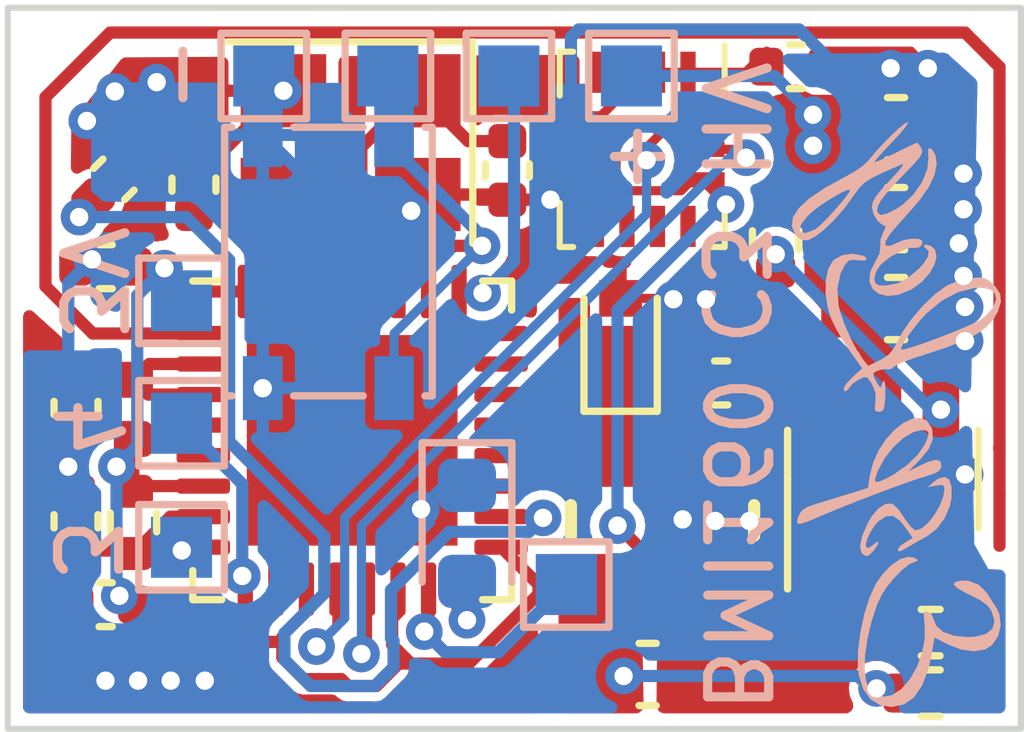
<source format=kicad_pcb>
(kicad_pcb (version 20211014) (generator pcbnew)
  (layers (0 "F.Cu" signal) (31 "B.Cu" signal) (34 "B.Paste" user) (35 "F.Paste" user) (36 "B.SilkS" user "B.Silkscreen") (37 "F.SilkS" user "F.Silkscreen") (38 "B.Mask" user) (39 "F.Mask" user) (44 "Edge.Cuts" user))
  (net 0 "")
  (net 3 "Net-(TP8-Pad1)")
  (net 4 "Net-(C4-Pad2)")
  (net 12 "GND")
  (net 13 "+3V3")
  (net 14 "Net-(C9-Pad2)")
  (net 15 "/CHIP_EN")
  (net 16 "Net-(C1-Pad2)")
  (net 17 "/ANT")
  (net 18 "/D-")
  (net 19 "/D+")
  (net 24 "/SCL")
  (net 25 "/SDA")
  (net 26 "Net-(C2-Pad2)")
  (net 27 "Net-(C10-Pad1)")
  (net 28 "Net-(C10-Pad2)")
  (net 29 "/FB")
  (net 30 "/LED")
  (net 31 "VCC")
  (net 32 "/GP3")
  (net 33 "/GP4")
  (net 34 "Net-(IC1-Pad4)")
  (footprint "Capacitor_SMD:C_0402_1005Metric" (layer "F.Cu") (at 84.388011 56.429589 -135)
    (fp_text reference "C9" hide)
    (fp_text value "100n" hide)
    (pad "1" smd roundrect (at -0.48 0 225) (size 0.56 0.62) (layers "F.Cu" "F.Paste" "F.Mask") (net 12 "GND"))
    (pad "2" smd roundrect (at 0.48 0 225) (size 0.56 0.62) (layers "F.Cu" "F.Paste" "F.Mask") (net 14 "Net-(C9-Pad2)"))
  )
  (footprint "Capacitor_SMD:C_0402_1005Metric" (layer "F.Cu") (at 85.6996 56.5176 -90)
    (fp_text reference "C2" hide)
    (fp_text value "10p" hide)
    (pad "1" smd roundrect (at -0.48 0 270) (size 0.56 0.62) (layers "F.Cu" "F.Paste" "F.Mask") (net 12 "GND"))
    (pad "2" smd roundrect (at 0.48 0 270) (size 0.56 0.62) (layers "F.Cu" "F.Paste" "F.Mask") (net 26 "Net-(C2-Pad2)"))
  )
  (footprint "Capacitor_SMD:C_0402_1005Metric" (layer "F.Cu") (at 83.7692 60.1752 90)
    (fp_text reference "C4" hide)
    (fp_text value "100n" hide)
    (pad "1" smd roundrect (at -0.48 0 90) (size 0.56 0.62) (layers "F.Cu" "F.Paste" "F.Mask") (net 12 "GND"))
    (pad "2" smd roundrect (at 0.48 0 90) (size 0.56 0.62) (layers "F.Cu" "F.Paste" "F.Mask") (net 4 "Net-(C4-Pad2)"))
  )
  (footprint "Resistor_SMD:R_0402_1005Metric" (layer "F.Cu") (at 97.7606 63.8556)
    (fp_text reference "R3" hide)
    (fp_text value "10k" hide)
    (pad "1" smd roundrect (at -0.51 0) (size 0.54 0.64) (layers "F.Cu" "F.Paste" "F.Mask") (net 12 "GND"))
    (pad "2" smd roundrect (at 0.51 0) (size 0.54 0.64) (layers "F.Cu" "F.Paste" "F.Mask") (net 29 "/FB"))
  )
  (footprint "Package_DFN_QFN:QFN-32-1EP_5x5mm_P0.5mm_EP3.45x3.45mm" (layer "F.Cu") (at 88.2904 60.706)
    (fp_text reference "U1" hide)
    (fp_text value "ESP32-C3" hide)
    (pad "1" smd roundrect (at -2.4375 -1.75) (size 0.875 0.25) (layers "F.Cu" "F.Paste" "F.Mask") (net 17 "/ANT"))
    (pad "2" smd roundrect (at -2.4375 -1.25) (size 0.875 0.25) (layers "F.Cu" "F.Paste" "F.Mask") (net 4 "Net-(C4-Pad2)"))
    (pad "3" smd roundrect (at -2.4375 -0.75) (size 0.875 0.25) (layers "F.Cu" "F.Paste" "F.Mask") (net 4 "Net-(C4-Pad2)"))
    (pad "4" smd roundrect (at -2.4375 -0.25) (size 0.875 0.25) (layers "F.Cu" "F.Paste" "F.Mask"))
    (pad "5" smd roundrect (at -2.4375 0.25) (size 0.875 0.25) (layers "F.Cu" "F.Paste" "F.Mask"))
    (pad "6" smd roundrect (at -2.4375 0.75) (size 0.875 0.25) (layers "F.Cu" "F.Paste" "F.Mask") (net 13 "+3V3"))
    (pad "7" smd roundrect (at -2.4375 1.25) (size 0.875 0.25) (layers "F.Cu" "F.Paste" "F.Mask") (net 15 "/CHIP_EN"))
    (pad "8" smd roundrect (at -2.4375 1.75) (size 0.875 0.25) (layers "F.Cu" "F.Paste" "F.Mask") (net 32 "/GP3"))
    (pad "9" smd roundrect (at -1.75 2.4375) (size 0.25 0.875) (layers "F.Cu" "F.Paste" "F.Mask") (net 33 "/GP4"))
    (pad "10" smd roundrect (at -1.25 2.4375) (size 0.25 0.875) (layers "F.Cu" "F.Paste" "F.Mask"))
    (pad "11" smd roundrect (at -0.75 2.4375) (size 0.25 0.875) (layers "F.Cu" "F.Paste" "F.Mask") (net 13 "+3V3"))
    (pad "12" smd roundrect (at -0.25 2.4375) (size 0.25 0.875) (layers "F.Cu" "F.Paste" "F.Mask") (net 25 "/SDA"))
    (pad "13" smd roundrect (at 0.25 2.4375) (size 0.25 0.875) (layers "F.Cu" "F.Paste" "F.Mask") (net 24 "/SCL"))
    (pad "14" smd roundrect (at 0.75 2.4375) (size 0.25 0.875) (layers "F.Cu" "F.Paste" "F.Mask") (net 13 "+3V3"))
    (pad "15" smd roundrect (at 1.25 2.4375) (size 0.25 0.875) (layers "F.Cu" "F.Paste" "F.Mask") (net 3 "Net-(TP8-Pad1)"))
    (pad "16" smd roundrect (at 1.75 2.4375) (size 0.25 0.875) (layers "F.Cu" "F.Paste" "F.Mask") (net 30 "/LED"))
    (pad "17" smd roundrect (at 2.4375 1.75) (size 0.875 0.25) (layers "F.Cu" "F.Paste" "F.Mask") (net 13 "+3V3"))
    (pad "18" smd roundrect (at 2.4375 1.25) (size 0.875 0.25) (layers "F.Cu" "F.Paste" "F.Mask") (net 14 "Net-(C9-Pad2)"))
    (pad "19" smd roundrect (at 2.4375 0.75) (size 0.875 0.25) (layers "F.Cu" "F.Paste" "F.Mask"))
    (pad "20" smd roundrect (at 2.4375 0.25) (size 0.875 0.25) (layers "F.Cu" "F.Paste" "F.Mask"))
    (pad "21" smd roundrect (at 2.4375 -0.25) (size 0.875 0.25) (layers "F.Cu" "F.Paste" "F.Mask"))
    (pad "22" smd roundrect (at 2.4375 -0.75) (size 0.875 0.25) (layers "F.Cu" "F.Paste" "F.Mask"))
    (pad "23" smd roundrect (at 2.4375 -1.25) (size 0.875 0.25) (layers "F.Cu" "F.Paste" "F.Mask"))
    (pad "24" smd roundrect (at 2.4375 -1.75) (size 0.875 0.25) (layers "F.Cu" "F.Paste" "F.Mask"))
    (pad "25" smd roundrect (at 1.75 -2.4375) (size 0.25 0.875) (layers "F.Cu" "F.Paste" "F.Mask") (net 18 "/D-"))
    (pad "26" smd roundrect (at 1.25 -2.4375) (size 0.25 0.875) (layers "F.Cu" "F.Paste" "F.Mask") (net 19 "/D+"))
    (pad "27" smd roundrect (at 0.75 -2.4375) (size 0.25 0.875) (layers "F.Cu" "F.Paste" "F.Mask"))
    (pad "28" smd roundrect (at 0.25 -2.4375) (size 0.25 0.875) (layers "F.Cu" "F.Paste" "F.Mask"))
    (pad "29" smd roundrect (at -0.25 -2.4375) (size 0.25 0.875) (layers "F.Cu" "F.Paste" "F.Mask") (net 16 "Net-(C1-Pad2)"))
    (pad "30" smd roundrect (at -0.75 -2.4375) (size 0.25 0.875) (layers "F.Cu" "F.Paste" "F.Mask") (net 26 "Net-(C2-Pad2)"))
    (pad "31" smd roundrect (at -1.25 -2.4375) (size 0.25 0.875) (layers "F.Cu" "F.Paste" "F.Mask") (net 13 "+3V3"))
    (pad "32" smd roundrect (at -1.75 -2.4375) (size 0.25 0.875) (layers "F.Cu" "F.Paste" "F.Mask") (net 13 "+3V3"))
    (pad "33" smd rect (at 0 0) (size 3.45 3.45) (layers "F.Cu" "F.Mask") (net 12 "GND"))
  )
  (footprint "Capacitor_SMD:C_0402_1005Metric" (layer "F.Cu") (at 84.2544 57.8612)
    (fp_text reference "C8" hide)
    (fp_text value "100n" hide)
    (pad "1" smd roundrect (at -0.48 0) (size 0.56 0.62) (layers "F.Cu" "F.Paste" "F.Mask") (net 12 "GND"))
    (pad "2" smd roundrect (at 0.48 0) (size 0.56 0.62) (layers "F.Cu" "F.Paste" "F.Mask") (net 13 "+3V3"))
  )
  (footprint "Capacitor_SMD:C_0402_1005Metric" (layer "F.Cu") (at 84.2544 63.3984)
    (fp_text reference "C6" hide)
    (fp_text value "100n" hide)
    (pad "1" smd roundrect (at -0.48 0) (size 0.56 0.62) (layers "F.Cu" "F.Paste" "F.Mask") (net 12 "GND"))
    (pad "2" smd roundrect (at 0.48 0) (size 0.56 0.62) (layers "F.Cu" "F.Paste" "F.Mask") (net 13 "+3V3"))
  )
  (footprint "Capacitor_SMD:C_0402_1005Metric" (layer "F.Cu") (at 95.5522 54.5846 180)
    (fp_text reference "C12" hide)
    (fp_text value "100n" hide)
    (pad "1" smd roundrect (at -0.48 0 180) (size 0.56 0.62) (layers "F.Cu" "F.Paste" "F.Mask") (net 12 "GND"))
    (pad "2" smd roundrect (at 0.48 0 180) (size 0.56 0.62) (layers "F.Cu" "F.Paste" "F.Mask") (net 13 "+3V3"))
  )
  (footprint "Resistor_SMD:R_0402_1005Metric" (layer "F.Cu") (at 97.7626 64.8462)
    (fp_text reference "R2" hide)
    (fp_text value "31.6k" hide)
    (pad "1" smd roundrect (at -0.51 0) (size 0.54 0.64) (layers "F.Cu" "F.Paste" "F.Mask") (net 13 "+3V3"))
    (pad "2" smd roundrect (at 0.51 0) (size 0.54 0.64) (layers "F.Cu" "F.Paste" "F.Mask") (net 29 "/FB"))
  )
  (footprint "Diode_SMD:D_SOD-523" (layer "F.Cu") (at 92.6846 59.0804 90)
    (fp_text reference "D1" hide)
    (fp_text value "-" hide)
    (pad "1" smd rect (at -0.7 0 270) (size 0.6 0.7) (layers "F.Cu" "F.Paste" "F.Mask") (net 28 "Net-(C10-Pad2)"))
    (pad "2" smd rect (at 0.7 0 270) (size 0.6 0.7) (layers "F.Cu" "F.Paste" "F.Mask") (net 12 "GND"))
  )
  (footprint "Inductor_SMD:L_0402_1005Metric" (layer "F.Cu") (at 84.709 60.199 90)
    (fp_text reference "L1" hide)
    (fp_text value "L" hide)
    (pad "1" smd roundrect (at -0.485 0 90) (size 0.59 0.64) (layers "F.Cu" "F.Paste" "F.Mask") (net 13 "+3V3"))
    (pad "2" smd roundrect (at 0.485 0 90) (size 0.59 0.64) (layers "F.Cu" "F.Paste" "F.Mask") (net 4 "Net-(C4-Pad2)"))
  )
  (footprint "Package_TO_SOT_SMD:SOT-23-6" (layer "F.Cu") (at 96.9778 61.341 90)
    (fp_text reference "IC1" hide)
    (fp_text value "RY8310" hide)
    (pad "1" smd roundrect (at -1.1375 -0.95 90) (size 1.325 0.6) (layers "F.Cu" "F.Paste" "F.Mask") (net 27 "Net-(C10-Pad1)"))
    (pad "2" smd roundrect (at -1.1375 0 90) (size 1.325 0.6) (layers "F.Cu" "F.Paste" "F.Mask") (net 12 "GND"))
    (pad "3" smd roundrect (at -1.1375 0.95 90) (size 1.325 0.6) (layers "F.Cu" "F.Paste" "F.Mask") (net 29 "/FB"))
    (pad "4" smd roundrect (at 1.1375 0.95 90) (size 1.325 0.6) (layers "F.Cu" "F.Paste" "F.Mask") (net 34 "Net-(IC1-Pad4)"))
    (pad "5" smd roundrect (at 1.1375 0 90) (size 1.325 0.6) (layers "F.Cu" "F.Paste" "F.Mask") (net 31 "VCC"))
    (pad "6" smd roundrect (at 1.1375 -0.95 90) (size 1.325 0.6) (layers "F.Cu" "F.Paste" "F.Mask") (net 28 "Net-(C10-Pad2)"))
  )
  (footprint "Resistor_SMD:R_0402_1005Metric" (layer "F.Cu") (at 95.2226 57.4274 90)
    (fp_text reference "R4" hide)
    (fp_text value "10k" hide)
    (pad "1" smd roundrect (at -0.51 0 90) (size 0.54 0.64) (layers "F.Cu" "F.Paste" "F.Mask") (net 34 "Net-(IC1-Pad4)"))
    (pad "2" smd roundrect (at 0.51 0 90) (size 0.54 0.64) (layers "F.Cu" "F.Paste" "F.Mask") (net 31 "VCC"))
  )
  (footprint "Capacitor_SMD:C_0402_1005Metric" (layer "F.Cu") (at 90.8304 56.2838 90)
    (fp_text reference "C1" hide)
    (fp_text value "10p" hide)
    (pad "1" smd roundrect (at -0.48 0 90) (size 0.56 0.62) (layers "F.Cu" "F.Paste" "F.Mask") (net 12 "GND"))
    (pad "2" smd roundrect (at 0.48 0 90) (size 0.56 0.62) (layers "F.Cu" "F.Paste" "F.Mask") (net 16 "Net-(C1-Pad2)"))
  )
  (footprint "Capacitor_SMD:C_0603_1608Metric" (layer "F.Cu") (at 93.1268 64.5414 180)
    (fp_text reference "C7" hide)
    (fp_text value "22u" hide)
    (pad "1" smd roundrect (at -0.775 0 180) (size 0.9 0.95) (layers "F.Cu" "F.Paste" "F.Mask") (net 12 "GND"))
    (pad "2" smd roundrect (at 0.775 0 180) (size 0.9 0.95) (layers "F.Cu" "F.Paste" "F.Mask") (net 13 "+3V3"))
  )
  (footprint "Capacitor_SMD:C_0603_1608Metric" (layer "F.Cu") (at 97.194 55.6006 180)
    (fp_text reference "C11" hide)
    (fp_text value "4.7u" hide)
    (pad "1" smd roundrect (at -0.775 0 180) (size 0.9 0.95) (layers "F.Cu" "F.Paste" "F.Mask") (net 12 "GND"))
    (pad "2" smd roundrect (at 0.775 0 180) (size 0.9 0.95) (layers "F.Cu" "F.Paste" "F.Mask") (net 31 "VCC"))
  )
  (footprint "Package_LGA:Bosch_LGA-14_3x2.5mm_P0.5mm" (layer "F.Cu") (at 93.03795 55.9388 -90)
    (fp_text reference "U2" hide)
    (fp_text value "BMI160" hide)
    (pad "1" smd rect (at -1.2625 -0.75 270) (size 0.675 0.25) (layers "F.Cu" "F.Paste" "F.Mask") (net 13 "+3V3"))
    (pad "2" smd rect (at -1.2625 -0.25 270) (size 0.675 0.25) (layers "F.Cu" "F.Paste" "F.Mask") (net 13 "+3V3"))
    (pad "3" smd rect (at -1.2625 0.25 270) (size 0.675 0.25) (layers "F.Cu" "F.Paste" "F.Mask") (net 13 "+3V3"))
    (pad "4" smd rect (at -1.2625 0.75 270) (size 0.675 0.25) (layers "F.Cu" "F.Paste" "F.Mask"))
    (pad "5" smd rect (at -0.5 1.0125 270) (size 0.25 0.675) (layers "F.Cu" "F.Paste" "F.Mask") (net 13 "+3V3"))
    (pad "6" smd rect (at 0 1.0125 270) (size 0.25 0.675) (layers "F.Cu" "F.Paste" "F.Mask") (net 12 "GND"))
    (pad "7" smd rect (at 0.5 1.0125 270) (size 0.25 0.675) (layers "F.Cu" "F.Paste" "F.Mask") (net 12 "GND"))
    (pad "8" smd rect (at 1.2625 0.75 270) (size 0.675 0.25) (layers "F.Cu" "F.Paste" "F.Mask") (net 13 "+3V3"))
    (pad "9" smd rect (at 1.2625 0.25 270) (size 0.675 0.25) (layers "F.Cu" "F.Paste" "F.Mask"))
    (pad "10" smd rect (at 1.2625 -0.25 270) (size 0.675 0.25) (layers "F.Cu" "F.Paste" "F.Mask"))
    (pad "11" smd rect (at 1.2625 -0.75 270) (size 0.675 0.25) (layers "F.Cu" "F.Paste" "F.Mask"))
    (pad "12" smd rect (at 0.5 -1.0125 270) (size 0.25 0.675) (layers "F.Cu" "F.Paste" "F.Mask") (net 13 "+3V3"))
    (pad "13" smd rect (at 0 -1.0125 270) (size 0.25 0.675) (layers "F.Cu" "F.Paste" "F.Mask") (net 24 "/SCL"))
    (pad "14" smd rect (at -0.5 -1.0125 270) (size 0.25 0.675) (layers "F.Cu" "F.Paste" "F.Mask") (net 25 "/SDA"))
  )
  (footprint "Capacitor_SMD:C_0603_1608Metric" (layer "F.Cu") (at 97.194 57.0738 180)
    (fp_text reference "C14" hide)
    (fp_text value "4.7u" hide)
    (pad "1" smd roundrect (at -0.775 0 180) (size 0.9 0.95) (layers "F.Cu" "F.Paste" "F.Mask") (net 12 "GND"))
    (pad "2" smd roundrect (at 0.775 0 180) (size 0.9 0.95) (layers "F.Cu" "F.Paste" "F.Mask") (net 31 "VCC"))
  )
  (footprint "Crystal:Crystal_SMD_3225-4Pin_3.2x2.5mm" (layer "F.Cu") (at 88.265 55.8292 180)
    (fp_text reference "Y1" hide)
    (fp_text value "40M" hide)
    (pad "1" smd rect (at -1.1 0.85 180) (size 1.4 1.2) (layers "F.Cu" "F.Paste" "F.Mask") (net 16 "Net-(C1-Pad2)"))
    (pad "2" smd rect (at 1.1 0.85 180) (size 1.4 1.2) (layers "F.Cu" "F.Paste" "F.Mask") (net 12 "GND"))
    (pad "3" smd rect (at 1.1 -0.85 180) (size 1.4 1.2) (layers "F.Cu" "F.Paste" "F.Mask") (net 26 "Net-(C2-Pad2)"))
    (pad "4" smd rect (at -1.1 -0.85 180) (size 1.4 1.2) (layers "F.Cu" "F.Paste" "F.Mask") (net 12 "GND"))
  )
  (footprint "Capacitor_SMD:C_0603_1608Metric" (layer "F.Cu") (at 97.194 58.547 180)
    (fp_text reference "C13" hide)
    (fp_text value "4.7u" hide)
    (pad "1" smd roundrect (at -0.775 0 180) (size 0.9 0.95) (layers "F.Cu" "F.Paste" "F.Mask") (net 12 "GND"))
    (pad "2" smd roundrect (at 0.775 0 180) (size 0.9 0.95) (layers "F.Cu" "F.Paste" "F.Mask") (net 31 "VCC"))
  )
  (footprint "Capacitor_SMD:C_0402_1005Metric" (layer "F.Cu") (at 83.7692 62.032 -90)
    (fp_text reference "C3" hide)
    (fp_text value "1u" hide)
    (pad "1" smd roundrect (at -0.48 0 270) (size 0.56 0.62) (layers "F.Cu" "F.Paste" "F.Mask") (net 12 "GND"))
    (pad "2" smd roundrect (at 0.48 0 270) (size 0.56 0.62) (layers "F.Cu" "F.Paste" "F.Mask") (net 15 "/CHIP_EN"))
  )
  (footprint "Resistor_SMD:R_0402_1005Metric" (layer "F.Cu") (at 84.709 62.0508 -90)
    (fp_text reference "R1" hide)
    (fp_text value "10k" hide)
    (pad "1" smd roundrect (at -0.51 0 270) (size 0.54 0.64) (layers "F.Cu" "F.Paste" "F.Mask") (net 13 "+3V3"))
    (pad "2" smd roundrect (at 0.51 0 270) (size 0.54 0.64) (layers "F.Cu" "F.Paste" "F.Mask") (net 15 "/CHIP_EN"))
  )
  (footprint "tdk_inductor:VLS3012" (layer "F.Cu") (at 93.371 62.0182 -90)
    (fp_text reference "L2" hide)
    (fp_text value "VLS3012HBX-4R7M" hide)
    (pad "1" smd rect locked (at -1.05 0 270) (size 1 3.4) (layers "F.Cu" "F.Paste" "F.Mask") (net 28 "Net-(C10-Pad2)"))
    (pad "2" smd rect locked (at 1.05 0 270) (size 1 3.4) (layers "F.Cu" "F.Paste" "F.Mask") (net 13 "+3V3"))
  )
  (footprint "Capacitor_SMD:C_0402_1005Metric" (layer "F.Cu") (at 94.331 59.7662 180)
    (fp_text reference "C10" hide)
    (fp_text value "C" hide)
    (pad "1" smd roundrect (at -0.48 0 180) (size 0.56 0.62) (layers "F.Cu" "F.Paste" "F.Mask") (net 27 "Net-(C10-Pad1)"))
    (pad "2" smd roundrect (at 0.48 0 180) (size 0.56 0.62) (layers "F.Cu" "F.Paste" "F.Mask") (net 28 "Net-(C10-Pad2)"))
  )
  (footprint "TestPoint:TestPoint_Pad_1.0x1.0mm" (layer "B.Cu") (at 86.8426 54.737 180)
    (fp_text reference "TP7" hide)
    (fp_text value "TestPoint" hide)
    (pad "1" smd rect (at 0 0 180) (size 1 1) (layers "B.Cu" "B.Mask") (net 12 "GND"))
  )
  (footprint "esplog_logo:esplog_logo" (layer "B.Cu") (at 97.1804 60.325 90)
    (fp_text reference "G***" hide)
    (fp_text value "LOGO" hide)
  )
  (footprint "Button_Switch_SMD:SW_SPST_PTS810" (layer "B.Cu") (at 87.9012 57.7772 90)
    (fp_text reference "SW1" hide)
    (fp_text value "SW_Push" hide)
    (pad "1" smd rect (at 2.075 1.075 90) (size 1.05 0.65) (layers "B.Cu" "B.Paste" "B.Mask") (net 19 "/D+"))
    (pad "1" smd rect (at -2.075 1.075 90) (size 1.05 0.65) (layers "B.Cu" "B.Paste" "B.Mask") (net 19 "/D+"))
    (pad "2" smd rect (at -2.075 -1.075 90) (size 1.05 0.65) (layers "B.Cu" "B.Paste" "B.Mask") (net 12 "GND"))
    (pad "2" smd rect (at 2.075 -1.075 90) (size 1.05 0.65) (layers "B.Cu" "B.Paste" "B.Mask") (net 12 "GND"))
  )
  (footprint "TestPoint:TestPoint_Pad_1.0x1.0mm" (layer "B.Cu") (at 90.8558 54.737 180)
    (fp_text reference "TP4" hide)
    (fp_text value "TestPoint" hide)
    (pad "1" smd rect (at 0 0 180) (size 1 1) (layers "B.Cu" "B.Mask") (net 18 "/D-"))
  )
  (footprint "TestPoint:TestPoint_Pad_1.0x1.0mm" (layer "B.Cu") (at 92.8624 54.737 180)
    (fp_text reference "TP5" hide)
    (fp_text value "TestPoint" hide)
    (pad "1" smd rect (at 0 0 180) (size 1 1) (layers "B.Cu" "B.Mask") (net 31 "VCC"))
  )
  (footprint "TestPoint:TestPoint_Pad_1.0x1.0mm" (layer "B.Cu") (at 88.8746 54.737 180)
    (fp_text reference "TP2" hide)
    (fp_text value "TestPoint" hide)
    (pad "1" smd rect (at 0 0 180) (size 1 1) (layers "B.Cu" "B.Mask") (net 19 "/D+"))
  )
  (footprint "TestPoint:TestPoint_Pad_1.0x1.0mm" (layer "B.Cu") (at 85.4964 62.4586 180)
    (fp_text reference "TP1" hide)
    (fp_text value "TestPoint" hide)
    (pad "1" smd rect (at 0 0 180) (size 1 1) (layers "B.Cu" "B.Mask") (net 32 "/GP3"))
  )
  (footprint "TestPoint:TestPoint_Pad_1.0x1.0mm" (layer "B.Cu") (at 85.4964 60.4266 180)
    (fp_text reference "TP3" hide)
    (fp_text value "TestPoint" hide)
    (pad "1" smd rect (at 0 0 180) (size 1 1) (layers "B.Cu" "B.Mask") (net 33 "/GP4"))
  )
  (footprint "LED_SMD:LED_0603_1608Metric" (layer "B.Cu") (at 90.17 62.23 -90)
    (fp_text reference "D2" hide)
    (fp_text value "LED" hide)
    (pad "1" smd roundrect (at -0.7875 0 270) (size 0.875 0.95) (layers "B.Cu" "B.Paste" "B.Mask") (net 12 "GND"))
    (pad "2" smd roundrect (at 0.7875 0 270) (size 0.875 0.95) (layers "B.Cu" "B.Paste" "B.Mask") (net 30 "/LED"))
  )
  (footprint "TestPoint:TestPoint_Pad_1.0x1.0mm" (layer "B.Cu") (at 85.4964 58.42 180)
    (fp_text reference "TP6" hide)
    (fp_text value "TestPoint" hide)
    (pad "1" smd rect (at 0 0 180) (size 1 1) (layers "B.Cu" "B.Mask") (net 13 "+3V3"))
  )
  (footprint "TestPoint:TestPoint_Pad_1.0x1.0mm" (layer "B.Cu") (at 91.7956 63.0682 180)
    (fp_text reference "TP8" hide)
    (fp_text value "TestPoint")
    (pad "1" smd rect (at 0 0 180) (size 1 1) (layers "B.Cu" "B.Mask") (net 3 "Net-(TP8-Pad1)"))
  )
  (gr_rect (start 82.6516 53.6194) (end 99.2378 65.4304) (layer "Edge.Cuts") (width 0.1) (fill none))
  (gr_text "BMI160" (at 94.5642 62.4078 270) (layer "B.SilkS") (effects (font (size 1 1)) (justify mirror)))
  (gr_text "+" (at 92.964 55.9816) (layer "B.SilkS") (effects (font (size 1 1)) (justify mirror)))
  (gr_text "3V" (at 84.0232 58.1152 270) (layer "B.SilkS") (effects (font (size 1 1)) (justify mirror)))
  (gr_text "3" (at 83.9216 62.484 270) (layer "B.SilkS") (effects (font (size 1 1)) (justify mirror)))
  (gr_text "4" (at 83.9216 60.5028 270) (layer "B.SilkS") (effects (font (size 1 1)) (justify mirror)))
  (gr_text "-" (at 85.4456 54.7116 90) (layer "B.SilkS") (effects (font (size 1 1)) (justify mirror)))
  (gr_text "C3 HV" (at 94.5388 56.8198 270) (layer "B.SilkS") (effects (font (size 1 1)) (justify mirror)))
  (segment (start 89.5404 63.768133) (end 89.469856 63.838677) (width 0.2) (layer "F.Cu") (net 3))
  (segment (start 89.5404 63.1435) (end 89.5404 63.768133) (width 0.2) (layer "F.Cu") (net 3))
  (via (at 89.469856 63.838677) (size 0.6) (drill 0.3) (layers "F.Cu" "B.Cu") (net 3))
  (segment (start 90.6864 64.1774) (end 91.7956 63.0682) (width 0.2) (layer "B.Cu") (net 3))
  (segment (start 89.808579 64.1774) (end 90.6864 64.1774) (width 0.2) (layer "B.Cu") (net 3))
  (segment (start 89.469856 63.838677) (end 89.808579 64.1774) (width 0.2) (layer "B.Cu") (net 3))
  (segment (start 84.951 59.956) (end 84.709 59.714) (width 0.2) (layer "F.Cu") (net 4))
  (segment (start 84.967 59.456) (end 84.709 59.714) (width 0.2) (layer "F.Cu") (net 4))
  (segment (start 85.8529 59.456) (end 84.967 59.456) (width 0.2) (layer "F.Cu") (net 4))
  (segment (start 83.7692 59.6952) (end 84.6902 59.6952) (width 0.2) (layer "F.Cu") (net 4))
  (segment (start 85.8529 59.956) (end 84.951 59.956) (width 0.2) (layer "F.Cu") (net 4))
  (segment (start 84.6902 59.6952) (end 84.709 59.714) (width 0.2) (layer "F.Cu") (net 4))
  (segment (start 83.7692 61.0108) (end 83.6422 61.1378) (width 0.2) (layer "F.Cu") (net 12))
  (segment (start 83.7692 60.6552) (end 83.7692 61.0108) (width 0.2) (layer "F.Cu") (net 12))
  (segment (start 90.8304 56.7638) (end 91.5364 56.7638) (width 0.2) (layer "F.Cu") (net 12))
  (segment (start 83.7744 57.8612) (end 83.876 57.8612) (width 0.2) (layer "F.Cu") (net 12))
  (segment (start 89.365 56.6792) (end 90.7458 56.6792) (width 0.2) (layer "F.Cu") (net 12))
  (segment (start 83.876 57.8612) (end 85.6996 56.0376) (width 0.2) (layer "F.Cu") (net 12))
  (segment (start 86.1066 56.0376) (end 87.165 54.9792) (width 0.2) (layer "F.Cu") (net 12))
  (segment (start 83.7744 63.3984) (end 83.2342 62.8582) (width 0.2) (layer "F.Cu") (net 12))
  (segment (start 91.70045 56.7638) (end 92.02545 56.4388) (width 0.2) (layer "F.Cu") (net 12))
  (segment (start 83.2342 62.8582) (end 83.2342 62.087) (width 0.2) (layer "F.Cu") (net 12))
  (segment (start 97.969 57.0738) (end 97.969 58.547) (width 0.2) (layer "F.Cu") (net 12))
  (segment (start 92.6846 58.3804) (end 93.534 58.3804) (width 0.15) (layer "F.Cu") (net 12))
  (segment (start 98.044 54.9402) (end 98.044 55.5256) (width 0.15) (layer "F.Cu") (net 12))
  (segment (start 92.02545 56.4388) (end 92.02545 55.9388) (width 0.2) (layer "F.Cu") (net 12))
  (segment (start 97.969 55.6006) (end 97.969 56.336) (width 0.2) (layer "F.Cu") (net 12))
  (segment (start 98.044 55.5256) (end 97.969 55.6006) (width 0.15) (layer "F.Cu") (net 12))
  (segment (start 89.365 56.6792) (end 89.365 56.8374) (width 0.2) (layer "F.Cu") (net 12))
  (segment (start 97.4598 54.356) (end 98.044 54.9402) (width 0.15) (layer "F.Cu") (net 12))
  (segment (start 83.2342 62.087) (end 83.7692 61.552) (width 0.2) (layer "F.Cu") (net 12))
  (segment (start 96.0374 54.3306) (end 96.901 54.3306) (width 0.15) (layer "F.Cu") (net 12))
  (segment (start 96.9778 63.5828) (end 97.2506 63.8556) (width 0.2) (layer "F.Cu") (net 12))
  (segment (start 84.78 56.0376) (end 84.727422 56.090178) (width 0.2) (layer "F.Cu") (net 12))
  (segment (start 89.365 56.8374) (end 89.2556 56.9468) (width 0.2) (layer "F.Cu") (net 12))
  (segment (start 93.472 58.3692) (end 93.9292 58.3692) (width 0.15) (layer "F.Cu") (net 12))
  (segment (start 83.7692 61.552) (end 83.7692 60.6552) (width 0.2) (layer "F.Cu") (net 12))
  (segment (start 93.534 58.3804) (end 93.5482 58.3946) (width 0.15) (layer "F.Cu") (net 12))
  (segment (start 85.6996 56.0376) (end 84.78 56.0376) (width 0.2) (layer "F.Cu") (net 12))
  (segment (start 94.5876 63.8556) (end 93.9018 64.5414) (width 0.2) (layer "F.Cu") (net 12))
  (segment (start 90.7458 56.6792) (end 90.8304 56.7638) (width 0.2) (layer "F.Cu") (net 12))
  (segment (start 96.9778 62.4785) (end 96.9778 63.5828) (width 0.2) (layer "F.Cu") (net 12))
  (segment (start 85.6996 56.0376) (end 86.1066 56.0376) (width 0.2) (layer "F.Cu") (net 12))
  (segment (start 97.4344 54.3306) (end 97.4598 54.356) (width 0.15) (layer "F.Cu") (net 12))
  (segment (start 97.969 56.336) (end 97.969 57.0738) (width 0.2) (layer "F.Cu") (net 12))
  (segment (start 96.901 54.3306) (end 97.4344 54.3306) (width 0.15) (layer "F.Cu") (net 12))
  (segment (start 91.5364 56.7638) (end 91.70045 56.7638) (width 0.2) (layer "F.Cu") (net 12))
  (segment (start 97.2506 63.8556) (end 94.5876 63.8556) (width 0.2) (layer "F.Cu") (net 12))
  (via (at 98.3234 61.2648) (size 0.6) (drill 0.3) (layers "F.Cu" "B.Cu") (net 12))
  (via (at 94.7928 62.0268) (size 0.6) (drill 0.3) (layers "F.Cu" "B.Cu") (net 12))
  (via (at 84.2518 64.643) (size 0.6) (drill 0.3) (layers "F.Cu" "B.Cu") (net 12))
  (via (at 94.234 62.0268) (size 0.6) (drill 0.3) (layers "F.Cu" "B.Cu") (net 12))
  (via (at 84.0299 57.741829) (size 0.6) (drill 0.3) (layers "F.Cu" "B.Cu") (net 12))
  (via (at 98.298 56.9214) (size 0.6) (drill 0.3) (layers "F.Cu" "B.Cu") (net 12))
  (via (at 87.165 54.9792) (size 0.6) (drill 0.3) (layers "F.Cu" "B.Cu") (net 12))
  (via (at 84.7852 64.643) (size 0.6) (drill 0.3) (layers "F.Cu" "B.Cu") (net 12))
  (via (at 94.0816 58.3946) (size 0.6) (drill 0.3) (layers "F.Cu" "B.Cu") (net 12))
  (via (at 91.5364 56.7638) (size 0.6) (drill 0.3) (layers "F.Cu" "B.Cu") (net 12))
  (via (at 85.3186 64.643) (size 0.6) (drill 0.3) (layers "F.Cu" "B.Cu") (net 12))
  (via (at 83.947 55.4736) (size 0.6) (drill 0.3) (layers "F.Cu" "B.Cu") (net 12))
  (via (at 83.6422 61.1378) (size 0.6) (drill 0.3) (layers "F.Cu" "B.Cu") (net 12))
  (via (at 93.5482 58.3946) (size 0.6) (drill 0.3) (layers "F.Cu" "B.Cu") (net 12))
  (via (at 84.4042 54.991) (size 0.6) (drill 0.3) (layers "F.Cu" "B.Cu") (net 12))
  (via (at 98.3234 58.5216) (size 0.6) (drill 0.3) (layers "F.Cu" "B.Cu") (net 12))
  (via (at 98.298 58.0136) (size 0.6) (drill 0.3) (layers "F.Cu" "B.Cu") (net 12))
  (via (at 86.8262 59.8522) (size 0.6) (drill 0.3) (layers "F.Cu" "B.Cu") (net 12))
  (via (at 97.1042 54.61) (size 0.6) (drill 0.3) (layers "F.Cu" "B.Cu") (net 12))
  (via (at 98.298 56.3372) (size 0.6) (drill 0.3) (layers "F.Cu" "B.Cu") (net 12))
  (via (at 98.2218 57.4802) (size 0.6) (drill 0.3) (layers "F.Cu" "B.Cu") (net 12))
  (via (at 89.2556 56.9468) (size 0.6) (drill 0.3) (layers "F.Cu" "B.Cu") (net 12))
  (via (at 97.7138 54.61) (size 0.6) (drill 0.3) (layers "F.Cu" "B.Cu") (net 12))
  (via (at 98.3234 59.0804) (size 0.6) (drill 0.3) (layers "F.Cu" "B.Cu") (net 12))
  (via (at 89.41805 61.83365) (size 0.6) (drill 0.3) (layers "F.Cu" "B.Cu") (net 12))
  (via (at 85.09 54.8386) (size 0.6) (drill 0.3) (layers "F.Cu" "B.Cu") (net 12))
  (via (at 85.8774 64.643) (size 0.6) (drill 0.3) (layers "F.Cu" "B.Cu") (net 12))
  (via (at 93.7006 62.0014) (size 0.6) (drill 0.3) (layers "F.Cu" "B.Cu") (net 12))
  (segment (start 86.8262 55.318) (end 87.165 54.9792) (width 0.2) (layer "B.Cu") (net 12))
  (segment (start 95.101693 57.0738) (end 97.5614 57.0738) (width 0.15) (layer "B.Cu") (net 12))
  (segment (start 94.0816 58.3946) (end 93.5482 58.3946) (width 0.15) (layer "B.Cu") (net 12))
  (segment (start 89.8092 61.4425) (end 89.41805 61.83365) (width 0.2) (layer "B.Cu") (net 12))
  (segment (start 94.0816 58.093893) (end 95.101693 57.0738) (width 0.15) (layer "B.Cu") (net 12))
  (segment (start 91.5364 56.7638) (end 91.8718 56.4284) (width 0.2) (layer "B.Cu") (net 12))
  (segment (start 91.8718 54.102) (end 91.9988 53.975) (width 0.2) (layer "B.Cu") (net 12))
  (segment (start 86.8262 55.7022) (end 86.8262 55.318) (width 0.2) (layer "B.Cu") (net 12))
  (segment (start 95.608 53.975) (end 97.969 56.336) (width 0.2) (layer "B.Cu") (net 12))
  (segment (start 91.9988 53.975) (end 95.608 53.975) (width 0.2) (layer "B.Cu") (net 12))
  (segment (start 97.5614 57.0738) (end 98.3234 57.8358) (width 0.15) (layer "B.Cu") (net 12))
  (segment (start 91.8718 56.4284) (end 91.8718 54.102) (width 0.2) (layer "B.Cu") (net 12))
  (segment (start 89.2556 56.9468) (end 88.0708 56.9468) (width 0.2) (layer "B.Cu") (net 12))
  (segment (start 83.6422 61.1378) (end 83.6422 58.129529) (width 0.2) (layer "B.Cu") (net 12))
  (segment (start 90.17 61.4425) (end 89.8092 61.4425) (width 0.2) (layer "B.Cu") (net 12))
  (segment (start 98.5 56.336) (end 98.5012 56.3372) (width 0.2) (layer "B.Cu") (net 12))
  (segment (start 97.969 56.336) (end 98.5 56.336) (width 0.2) (layer "B.Cu") (net 12))
  (segment (start 94.0816 58.3946) (end 94.0816 58.093893) (width 0.15) (layer "B.Cu") (net 12))
  (segment (start 88.0708 56.9468) (end 86.8262 55.7022) (width 0.2) (layer "B.Cu") (net 12))
  (segment (start 83.6422 58.129529) (end 84.0299 57.741829) (width 0.2) (layer "B.Cu") (net 12))
  (segment (start 86.8262 55.7022) (end 86.8262 59.8522) (width 0.2) (layer "B.Cu") (net 12))
  (segment (start 87.5404 63.1435) (end 87.5404 63.542893) (width 0.15) (layer "F.Cu") (net 13))
  (segment (start 88.944856 64.05614) (end 88.944856 63.621214) (width 0.2) (layer "F.Cu") (net 13))
  (segment (start 94.409149 56.797499) (end 94.05045 56.4388) (width 0.2) (layer "F.Cu") (net 13))
  (segment (start 93.78795 54.6763) (end 94.7317 54.6763) (width 0.15) (layer "F.Cu") (net 13))
  (segment (start 97.2526 64.8462) (end 96.9498 64.8462) (width 0.2) (layer "F.Cu") (net 13))
  (segment (start 93.371 62.8402) (end 92.6338 62.103) (width 0.2) (layer "F.Cu") (net 13))
  (segment (start 89.252393 64.363677) (end 88.944856 64.05614) (width 0.2) (layer "F.Cu") (net 13))
  (segment (start 93.371 63.0682) (end 93.371 62.8402) (width 0.2) (layer "F.Cu") (net 13))
  (segment (start 91.3401 63.224763) (end 90.201186 64.363677) (width 0.2) (layer "F.Cu") (net 13))
  (segment (start 88.175473 64.681726) (end 88.111347 64.6176) (width 0.2) (layer "F.Cu") (net 13))
  (segment (start 91.3401 63.0682) (end 91.3401 63.224763) (width 0.2) (layer "F.Cu") (net 13))
  (segment (start 94.7317 54.6763) (end 95.0774 54.3306) (width 0.15) (layer "F.Cu") (net 13))
  (segment (start 93.28795 54.6763) (end 93.78795 54.6763) (width 0.15) (layer "F.Cu") (net 13))
  (segment (start 87.497137 64.6176) (end 87.1474 64.267863) (width 0.2) (layer "F.Cu") (net 13))
  (segment (start 85.8529 61.456) (end 84.7938 61.456) (width 0.2) (layer "F.Cu") (net 13))
  (segment (start 92.28795 56.9388) (end 92.61015 56.6166) (width 0.15) (layer "F.Cu") (net 13))
  (segment (start 89.252393 64.363677) (end 89.052323 64.363677) (width 0.2) (layer "F.Cu") (net 13))
  (segment (start 84.7344 57.8612) (end 85.1916 57.8612) (width 0.2) (layer "F.Cu") (net 13))
  (segment (start 85.951214 63.3984) (end 86.560814 64.008) (width 0.2) (layer "F.Cu") (net 13))
  (segment (start 85.1916 57.8612) (end 85.217 57.8866) (width 0.2) (layer "F.Cu") (net 13))
  (segment (start 92.3518 64.5414) (end 92.3518 64.0874) (width 0.2) (layer "F.Cu") (net 13))
  (segment (start 88.224761 64.731014) (end 88.175473 64.681726) (width 0.2) (layer "F.Cu") (net 13))
  (segment (start 84.7344 63.3984) (end 85.951214 63.3984) (width 0.2) (layer "F.Cu") (net 13))
  (segment (start 84.7938 61.456) (end 84.709 61.5408) (width 0.2) (layer "F.Cu") (net 13))
  (segment (start 92.708 64.5414) (end 92.7334 64.5668) (width 0.2) (layer "F.Cu") (net 13))
  (segment (start 90.7279 62.456) (end 91.3401 63.0682) (width 0.2) (layer "F.Cu") (net 13))
  (segment (start 92.3518 64.5414) (end 92.708 64.5414) (width 0.2) (layer "F.Cu") (net 13))
  (segment (start 87.5404 63.542893) (end 87.253093 63.8302) (width 0.15) (layer "F.Cu") (net 13))
  (segment (start 93.6752 56.6166) (end 93.853 56.4388) (width 0.15) (layer "F.Cu") (net 13))
  (segment (start 85.1417 58.2685) (end 84.7344 57.8612) (width 0.2) (layer "F.Cu") (net 13))
  (segment (start 91.3401 63.0682) (end 93.371 63.0682) (width 0.2) (layer "F.Cu") (net 13))
  (segment (start 93.853 56.4388) (end 94.05045 56.4388) (width 0.15) (layer "F.Cu") (net 13))
  (segment (start 87.0404 58.2685) (end 86.5404 58.2685) (width 0.2) (layer "F.Cu") (net 13))
  (segment (start 92.61015 55.70395) (end 92.61015 56.6166) (width 0.15) (layer "F.Cu") (net 13))
  (segment (start 88.111347 64.6176) (end 87.503 64.6176) (width 0.2) (layer "F.Cu") (net 13))
  (segment (start 86.5404 58.2685) (end 85.1417 58.2685) (width 0.2) (layer "F.Cu") (net 13))
  (segment (start 92.345 55.4388) (end 92.61015 55.70395) (width 0.15) (layer "F.Cu") (net 13))
  (segment (start 86.560814 64.008) (end 87.1474 64.008) (width 0.2) (layer "F.Cu") (net 13))
  (segment (start 87.1474 64.267863) (end 87.1474 64.008) (width 0.2) (layer "F.Cu") (net 13))
  (segment (start 92.02545 55.4388) (end 92.345 55.4388) (width 0.15) (layer "F.Cu") (net 13))
  (segment (start 90.201186 64.363677) (end 89.252393 64.363677) (width 0.2) (layer "F.Cu") (net 13))
  (segment (start 89.0404 63.52567) (end 89.0404 63.1435) (width 0.2) (layer "F.Cu") (net 13))
  (segment (start 88.944856 63.621214) (end 89.0404 63.52567) (width 0.2) (layer "F.Cu") (net 13))
  (segment (start 87.1474 64.008) (end 87.1474 63.9318) (width 0.2) (layer "F.Cu") (net 13))
  (segment (start 84.709 61.5408) (end 84.709 60.684) (width 0.2) (layer "F.Cu") (net 13))
  (segment (start 92.61015 56.6166) (end 93.6752 56.6166) (width 0.15) (layer "F.Cu") (net 13))
  (segment (start 94.409149 56.842549) (end 94.409149 56.797499) (width 0.2) (layer "F.Cu") (net 13))
  (segment (start 92.3518 64.0874) (end 93.371 63.0682) (width 0.2) (layer "F.Cu") (net 13))
  (segment (start 88.6968 64.7192) (end 88.684986 64.731014) (width 0.2) (layer "F.Cu") (net 13))
  (segment (start 92.78795 54.96385) (end 92.78795 54.6763) (width 0.15) (layer "F.Cu") (net 13))
  (segment (start 92.02545 55.4388) (end 92.313 55.4388) (width 0.15) (layer "F.Cu") (net 13))
  (segment (start 88.684986 64.731014) (end 88.224761 64.731014) (width 0.2) (layer "F.Cu") (net 13))
  (segment (start 87.503 64.6176) (end 87.497137 64.6176) (width 0.2) (layer "F.Cu") (net 13))
  (segment (start 92.313 55.4388) (end 92.78795 54.96385) (width 0.15) (layer "F.Cu") (net 13))
  (segment (start 92.78795 54.6763) (end 93.28795 54.6763) (width 0.15) (layer "F.Cu") (net 13))
  (segment (start 89.052323 64.363677) (end 88.6968 64.7192) (width 0.2) (layer "F.Cu") (net 13))
  (segment (start 92.28795 57.2013) (end 92.28795 56.9388) (width 0.15) (layer "F.Cu") (net 13))
  (via (at 92.6338 62.103) (size 0.6) (drill 0.3) (layers "F.Cu" "B.Cu") (net 13))
  (via (at 84.431912 61.136507) (size 0.6) (drill 0.3) (layers "F.Cu" "B.Cu") (net 13))
  (via (at 94.409149 56.842549) (size 0.6) (drill 0.3) (layers "F.Cu" "B.Cu") (net 13))
  (via (at 85.217 57.8866) (size 0.6) (drill 0.3) (layers "F.Cu" "B.Cu") (net 13))
  (via (at 92.7334 64.5668) (size 0.6) (drill 0.3) (layers "F.Cu" "B.Cu") (net 13))
  (via (at 96.8756 64.77) (size 0.6) (drill 0.3) (layers "F.Cu" "B.Cu") (net 13))
  (via (at 84.4789 63.25348) (size 0.6) (drill 0.3) (layers "F.Cu" "B.Cu") (net 13))
  (segment (start 84.7714 60.797019) (end 84.431912 61.136507) (width 0.2) (layer "B.Cu") (net 13))
  (segment (start 84.431912 63.206492) (end 84.4789 63.25348) (width 0.2) (layer "B.Cu") (net 13))
  (segment (start 92.7334 64.5668) (end 96.5688 64.5668) (width 0.2) (layer "B.Cu") (net 13))
  (segment (start 85.217 57.8866) (end 84.7714 58.3322) (width 0.2) (layer "B.Cu") (net 13))
  (segment (start 92.6338 62.103) (end 92.6338 58.566537) (width 0.2) (layer "B.Cu") (net 13))
  (segment (start 84.431912 61.136507) (end 84.431912 63.206492) (width 0.2) (layer "B.Cu") (net 13))
  (segment (start 96.5688 64.5668) (end 96.899 64.897) (width 0.2) (layer "B.Cu") (net 13))
  (segment (start 94.357788 56.842549) (end 94.409149 56.842549) (width 0.2) (layer "B.Cu") (net 13))
  (segment (start 84.7714 58.3322) (end 84.7714 60.797019) (width 0.2) (layer "B.Cu") (net 13))
  (segment (start 92.6338 58.566537) (end 94.357788 56.842549) (width 0.2) (layer "B.Cu") (net 13))
  (segment (start 90.7479 61.976) (end 90.7279 61.956) (width 0.2) (layer "F.Cu") (net 14))
  (segment (start 84.0486 56.769) (end 84.0486 56.8198) (width 0.2) (layer "F.Cu") (net 14))
  (segment (start 91.4146 61.976) (end 90.7479 61.976) (width 0.2) (layer "F.Cu") (net 14))
  (segment (start 84.0486 56.8198) (end 83.82 57.0484) (width 0.2) (layer "F.Cu") (net 14))
  (via (at 91.4146 61.976) (size 0.6) (drill 0.3) (layers "F.Cu" "B.Cu") (net 14))
  (via (at 83.82 57.0484) (size 0.6) (drill 0.3) (layers "F.Cu" "B.Cu") (net 14))
  (segment (start 87.8332 63.214737) (end 87.1812 63.866737) (width 0.2) (layer "B.Cu") (net 14))
  (segment (start 88.9254 63.159543) (end 89.880343 62.2046) (width 0.2) (layer "B.Cu") (net 14))
  (segment (start 87.1812 63.866737) (end 87.1812 64.301663) (width 0.2) (layer "B.Cu") (net 14))
  (segment (start 88.967224 63.988551) (end 88.9254 63.946727) (width 0.2) (layer "B.Cu") (net 14))
  (segment (start 87.8332 63.0682) (end 87.8332 63.214737) (width 0.2) (layer "B.Cu") (net 14))
  (segment (start 87.1812 64.301663) (end 87.610551 64.731014) (width 0.2) (layer "B.Cu") (net 14))
  (segment (start 87.610551 64.731014) (end 88.659687 64.731014) (width 0.2) (layer "B.Cu") (net 14))
  (segment (start 83.82 57.0484) (end 85.5748 57.0484) (width 0.2) (layer "B.Cu") (net 14))
  (segment (start 89.880343 62.2046) (end 91.186 62.2046) (width 0.2) (layer "B.Cu") (net 14))
  (segment (start 87.8332 62.2808) (end 87.8332 63.0682) (width 0.2) (layer "B.Cu") (net 14))
  (segment (start 88.9254 63.946727) (end 88.9254 63.159543) (width 0.2) (layer "B.Cu") (net 14))
  (segment (start 86.2762 57.7498) (end 86.2762 60.7238) (width 0.2) (layer "B.Cu") (net 14))
  (segment (start 88.967224 64.423477) (end 88.967224 63.988551) (width 0.2) (layer "B.Cu") (net 14))
  (segment (start 86.2762 60.7238) (end 87.8332 62.2808) (width 0.2) (layer "B.Cu") (net 14))
  (segment (start 88.659687 64.731014) (end 88.967224 64.423477) (width 0.2) (layer "B.Cu") (net 14))
  (segment (start 85.5748 57.0484) (end 86.2762 57.7498) (width 0.2) (layer "B.Cu") (net 14))
  (segment (start 91.186 62.2046) (end 91.4146 61.976) (width 0.2) (layer "B.Cu") (net 14))
  (segment (start 85.3138 61.956) (end 84.709 62.5608) (width 0.2) (layer "F.Cu") (net 15))
  (segment (start 83.7692 62.512) (end 84.6602 62.512) (width 0.2) (layer "F.Cu") (net 15))
  (segment (start 84.6602 62.512) (end 84.709 62.5608) (width 0.2) (layer "F.Cu") (net 15))
  (segment (start 85.8529 61.956) (end 85.3138 61.956) (width 0.2) (layer "F.Cu") (net 15))
  (segment (start 88.0404 57.7048) (end 88.0404 58.2685) (width 0.2) (layer "F.Cu") (net 16))
  (segment (start 90.8304 55.8038) (end 90.1896 55.8038) (width 0.2) (layer "F.Cu") (net 16))
  (segment (start 90.1896 55.8038) (end 89.365 54.9792) (width 0.2) (layer "F.Cu") (net 16))
  (segment (start 89.365 54.9792) (end 88.44 55.9042) (width 0.2) (layer "F.Cu") (net 16))
  (segment (start 88.44 57.3052) (end 88.0404 57.7048) (width 0.2) (layer "F.Cu") (net 16))
  (segment (start 88.44 55.9042) (end 88.44 57.3052) (width 0.2) (layer "F.Cu") (net 16))
  (segment (start 98.8878 55.8546) (end 98.8878 60.8274) (width 0.2) (layer "F.Cu") (net 17))
  (segment (start 98.8878 60.8274) (end 98.8822 60.833) (width 0.2) (layer "F.Cu") (net 17))
  (segment (start 98.806 54.5084) (end 98.8878 54.5902) (width 0.2) (layer "F.Cu") (net 17))
  (segment (start 84.328 54.0258) (end 91.4908 54.0258) (width 0.2) (layer "F.Cu") (net 17))
  (segment (start 91.4908 54.0258) (end 96.266 54.0258) (width 0.2) (layer "F.Cu") (net 17))
  (segment (start 85.8529 58.956) (end 84.043012 58.956) (width 0.2) (layer "F.Cu") (net 17))
  (segment (start 83.2694 58.182388) (end 83.2694 55.0844) (width 0.2) (layer "F.Cu") (net 17))
  (segment (start 96.266 54.0258) (end 98.3234 54.0258) (width 0.2) (layer "F.Cu") (net 17))
  (segment (start 98.8878 54.5902) (end 98.8878 55.8546) (width 0.2) (layer "F.Cu") (net 17))
  (segment (start 84.043012 58.956) (end 83.2694 58.182388) (width 0.2) (layer "F.Cu") (net 17))
  (segment (start 98.8822 60.833) (end 98.8878 60.8386) (width 0.2) (layer "F.Cu") (net 17))
  (segment (start 98.8878 61.595) (end 98.8878 62.4332) (width 0.2) (layer "F.Cu") (net 17))
  (segment (start 98.3234 54.0258) (end 98.806 54.5084) (width 0.2) (layer "F.Cu") (net 17))
  (segment (start 98.8878 60.8386) (end 98.8878 61.595) (width 0.2) (layer "F.Cu") (net 17))
  (segment (start 83.2694 55.0844) (end 83.9978 54.356) (width 0.2) (layer "F.Cu") (net 17))
  (segment (start 83.9978 54.356) (end 84.328 54.0258) (width 0.2) (layer "F.Cu") (net 17))
  (segment (start 90.0404 58.2685) (end 90.3995 58.2685) (width 0.2) (layer "F.Cu") (net 18))
  (segment (start 90.3995 58.2685) (end 90.424 58.293) (width 0.2) (layer "F.Cu") (net 18))
  (via (at 90.424 58.293) (size 0.6) (drill 0.3) (layers "F.Cu" "B.Cu") (net 18))
  (segment (start 90.940046 57.776954) (end 90.940046 54.821246) (width 0.2) (layer "B.Cu") (net 18))
  (segment (start 90.424 58.293) (end 90.940046 57.776954) (width 0.2) (layer "B.Cu") (net 18))
  (segment (start 90.940046 54.821246) (end 90.8558 54.737) (width 0.2) (layer "B.Cu") (net 18))
  (segment (start 89.5404 58.2685) (end 89.5404 57.924414) (width 0.2) (layer "F.Cu") (net 19))
  (segment (start 89.94547 57.519344) (end 90.415046 57.519344) (width 0.2) (layer "F.Cu") (net 19))
  (segment (start 89.5404 57.924414) (end 89.94547 57.519344) (width 0.2) (layer "F.Cu") (net 19))
  (via (at 90.415046 57.519344) (size 0.6) (drill 0.3) (layers "F.Cu" "B.Cu") (net 19))
  (segment (start 88.9762 59.8522) (end 88.9762 58.95819) (width 0.15) (layer "B.Cu") (net 19))
  (segment (start 88.9762 58.95819) (end 90.415046 57.519344) (width 0.15) (layer "B.Cu") (net 19))
  (segment (start 88.9762 55.924937) (end 88.9762 55.7022) (width 0.2) (layer "B.Cu") (net 19))
  (segment (start 90.415046 57.363783) (end 88.9762 55.924937) (width 0.2) (layer "B.Cu") (net 19))
  (segment (start 90.415046 57.519344) (end 90.415046 57.363783) (width 0.2) (layer "B.Cu") (net 19))
  (segment (start 88.5404 64.107838) (end 88.442224 64.206014) (width 0.15) (layer "F.Cu") (net 24))
  (segment (start 94.602425 55.9388) (end 94.739525 56.0759) (width 0.15) (layer "F.Cu") (net 24))
  (segment (start 94.05045 55.9388) (end 94.602425 55.9388) (width 0.15) (layer "F.Cu") (net 24))
  (segment (start 88.5404 63.1435) (end 88.5404 64.107838) (width 0.15) (layer "F.Cu") (net 24))
  (via (at 94.739525 56.0759) (size 0.6) (drill 0.3) (layers "F.Cu" "B.Cu") (net 24))
  (via (at 88.442224 64.206014) (size 0.6) (drill 0.3) (layers "F.Cu" "B.Cu") (net 24))
  (segment (start 88.442224 62.103074) (end 88.442224 64.206014) (width 0.15) (layer "B.Cu") (net 24))
  (segment (start 94.469398 56.0759) (end 88.442224 62.103074) (width 0.15) (layer "B.Cu") (net 24))
  (segment (start 94.739525 56.0759) (end 94.469398 56.0759) (width 0.15) (layer "B.Cu") (net 24))
  (segment (start 93.10965 55.91215) (end 93.583 55.4388) (width 0.15) (layer "F.Cu") (net 25))
  (segment (start 93.10965 56.1171) (end 93.10965 55.91215) (width 0.15) (layer "F.Cu") (net 25))
  (segment (start 88.0404 63.1435) (end 88.0404 63.75) (width 0.15) (layer "F.Cu") (net 25))
  (segment (start 93.583 55.4388) (end 94.05045 55.4388) (width 0.15) (layer "F.Cu") (net 25))
  (segment (start 88.0404 63.75) (end 87.7062 64.0842) (width 0.15) (layer "F.Cu") (net 25))
  (via (at 87.7062 64.0842) (size 0.6) (drill 0.3) (layers "F.Cu" "B.Cu") (net 25))
  (via (at 93.10965 56.1171) (size 0.6) (drill 0.3) (layers "F.Cu" "B.Cu") (net 25))
  (segment (start 88.167224 61.972176) (end 89.0778 61.0616) (width 0.15) (layer "B.Cu") (net 25))
  (segment (start 93.10965 56.998668) (end 93.10965 56.1171) (width 0.15) (layer "B.Cu") (net 25))
  (segment (start 89.0778 61.030518) (end 93.10965 56.998668) (width 0.15) (layer "B.Cu") (net 25))
  (segment (start 89.0778 61.0616) (end 89.0778 61.030518) (width 0.15) (layer "B.Cu") (net 25))
  (segment (start 87.7062 64.0842) (end 88.167224 63.623176) (width 0.15) (layer "B.Cu") (net 25))
  (segment (start 88.167224 63.623176) (end 88.167224 63.3984) (width 0.15) (layer "B.Cu") (net 25))
  (segment (start 88.167224 63.3984) (end 88.167224 61.972176) (width 0.15) (layer "B.Cu") (net 25))
  (segment (start 87.5404 57.0546) (end 87.5404 58.2685) (width 0.2) (layer "F.Cu") (net 26))
  (segment (start 87.165 56.6792) (end 86.018 56.6792) (width 0.2) (layer "F.Cu") (net 26))
  (segment (start 86.018 56.6792) (end 85.6996 56.9976) (width 0.2) (layer "F.Cu") (net 26))
  (segment (start 87.165 56.6792) (end 87.5404 57.0546) (width 0.2) (layer "F.Cu") (net 26))
  (segment (start 95.5028 60.458) (end 94.811 59.7662) (width 0.2) (layer "F.Cu") (net 27))
  (segment (start 95.5028 61.9535) (end 95.5028 60.458) (width 0.2) (layer "F.Cu") (net 27))
  (segment (start 96.0278 62.4785) (end 95.5028 61.9535) (width 0.2) (layer "F.Cu") (net 27))
  (segment (start 96.0278 60.156812) (end 95.102188 59.2312) (width 0.2) (layer "F.Cu") (net 28))
  (segment (start 95.102188 59.2312) (end 94.386 59.2312) (width 0.2) (layer "F.Cu") (net 28))
  (segment (start 96.0278 60.2035) (end 96.0278 60.156812) (width 0.2) (layer "F.Cu") (net 28))
  (segment (start 92.6318 60.229) (end 93.371 60.9682) (width 0.2) (layer "F.Cu") (net 28))
  (segment (start 93.851 59.7662) (end 92.705 59.7662) (width 0.2) (layer "F.Cu") (net 28))
  (segment (start 92.6318 59.693) (end 92.6318 60.229) (width 0.2) (layer "F.Cu") (net 28))
  (segment (start 94.386 59.2312) (end 93.851 59.7662) (width 0.2) (layer "F.Cu") (net 28))
  (segment (start 92.705 59.7662) (end 92.6318 59.693) (width 0.2) (layer "F.Cu") (net 28))
  (segment (start 97.9278 63.5128) (end 98.2706 63.8556) (width 0.2) (layer "F.Cu") (net 29))
  (segment (start 97.9278 62.4785) (end 97.9278 63.5128) (width 0.2) (layer "F.Cu") (net 29))
  (segment (start 98.2706 63.8556) (end 98.2706 64.8442) (width 0.2) (layer "F.Cu") (net 29))
  (segment (start 98.2706 64.8442) (end 98.2726 64.8462) (width 0.2) (layer "F.Cu") (net 29))
  (via (at 90.17 63.6524) (size 0.6) (drill 0.3) (layers "F.Cu" "B.Cu") (net 30))
  (segment (start 96.1136 55.6006) (end 95.8342 55.88) (width 0.2) (layer "F.Cu") (net 31))
  (segment (start 96.419 55.6006) (end 96.1136 55.6006) (width 0.2) (layer "F.Cu") (net 31))
  (segment (start 96.419 55.6006) (end 96.0628 55.6006) (width 0.2) (layer "F.Cu") (net 31))
  (segment (start 96.9778 59.1058) (end 96.9778 60.2035) (width 0.2) (layer "F.Cu") (net 31))
  (segment (start 96.419 55.6006) (end 96.419 57.0738) (width 0.2) (layer "F.Cu") (net 31))
  (segment (start 96.419 58.547) (end 96.9778 59.1058) (width 0.2) (layer "F.Cu") (net 31))
  (segment (start 96.419 58.547) (end 96.419 57.0738) (width 0.2) (layer "F.Cu") (net 31))
  (segment (start 96.0628 55.6006) (end 95.8342 55.372) (width 0.2) (layer "F.Cu") (net 31))
  (via (at 95.8342 55.372) (size 0.6) (drill 0.3) (layers "F.Cu" "B.Cu") (net 31))
  (via (at 95.8342 55.88) (size 0.6) (drill 0.3) (layers "F.Cu" "B.Cu") (net 31))
  (segment (start 95.1992 54.737) (end 92.8624 54.737) (width 0.2) (layer "B.Cu") (net 31))
  (segment (start 95.8342 55.372) (end 95.8342 55.88) (width 0.2) (layer "B.Cu") (net 31))
  (segment (start 95.8342 55.372) (end 95.1992 54.737) (width 0.2) (layer "B.Cu") (net 31))
  (segment (start 85.555556 62.456) (end 85.501228 62.510328) (width 0.2) (layer "F.Cu") (net 32))
  (segment (start 85.8529 62.456) (end 85.555556 62.456) (width 0.2) (layer "F.Cu") (net 32))
  (via (at 85.501228 62.510328) (size 0.6) (drill 0.3) (layers "F.Cu" "B.Cu") (net 32))
  (segment (start 86.5404 63.1435) (end 86.5404 62.977879) (width 0.2) (layer "F.Cu") (net 33))
  (segment (start 86.5404 62.977879) (end 86.4909 62.928379) (width 0.2) (layer "F.Cu") (net 33))
  (via (at 86.4909 62.928379) (size 0.6) (drill 0.3) (layers "F.Cu" "B.Cu") (net 33))
  (segment (start 86.4909 62.928379) (end 86.4909 61.4211) (width 0.2) (layer "B.Cu") (net 33))
  (segment (start 86.4909 61.4211) (end 85.4964 60.4266) (width 0.2) (layer "B.Cu") (net 33))
  (segment (start 95.2226 57.9374) (end 95.2226 57.66) (width 0.2) (layer "F.Cu") (net 34))
  (segment (start 95.2226 57.66) (end 95.2246 57.658) (width 0.2) (layer "F.Cu") (net 34))
  (via (at 95.2246 57.658) (size 0.6) (drill 0.3) (layers "F.Cu" "B.Cu") (net 34))
  (via (at 97.9278 60.2035) (size 0.6) (drill 0.3) (layers "F.Cu" "B.Cu") (net 34))
  (segment (start 97.7701 60.2035) (end 97.9278 60.2035) (width 0.2) (layer "B.Cu") (net 34))
  (segment (start 95.2246 57.658) (end 97.7701 60.2035) (width 0.2) (layer "B.Cu") (net 34))
  (zone (net 12) (net_name "GND") (layer "F.Cu") (connect_pads (clearance 0.15)) (min_thickness 0.2) (fill yes (thermal_gap 0.2) (thermal_bridge_width 0.2))
    (polygon (pts (xy 99.1362 54.5846) (xy 94.9452 54.5592) (xy 94.9198 58.1406) (xy 91.313 58.1406) (xy 91.3384 65.3034) (xy 82.7532 65.3034) (xy 82.7532 53.6956) (xy 99.1616 53.6956)))
  )
  (zone (net 12) (net_name "GND") (layer "F.Cu") (connect_pads yes (clearance 0.15)) (min_thickness 0.254) (fill yes (thermal_gap 0.508) (thermal_bridge_width 0.508))
    (polygon (pts (xy 99.2378 54.7624) (xy 99.2378 65.1764) (xy 93.2688 65.2272) (xy 93.3196 61.214) (xy 97.42955 61.118955) (xy 97.4344 59.1566) (xy 97.4598 54.737)))
  )
  (zone (net 28) (net_name "Net-(C10-Pad2)") (layer "F.Cu") (connect_pads yes (clearance 0.15)) (min_thickness 0.254) (fill yes (thermal_gap 0.508) (thermal_bridge_width 0.508))
    (polygon (pts (xy 95.504 58.4708) (xy 96.2914 59.309) (xy 96.0628 60.5536) (xy 95.631 60.7568) (xy 91.6686 60.9092) (xy 91.6686 58.3692) (xy 93.2688 58.3946)))
  )
  (zone (net 0) (net_name "") (layers F&B.Cu) (connect_pads (clearance 0)) (min_thickness 0.254)
    (keepout (tracks allowed) (vias allowed) (pads allowed) (copperpour not_allowed) (footprints allowed))
    (fill (thermal_gap 0.508) (thermal_bridge_width 0.508))
    (polygon (pts (xy 99.187 53.5178) (xy 99.2378 62.8396) (xy 98.7044 62.8142) (xy 98.4758 62.4078) (xy 98.425 59.7916) (xy 98.5266 54.8132) (xy 98.0186 54.356) (xy 84.5312 54.4322) (xy 83.693 55.499) (xy 83.6676 57.8866) (xy 84.074 58.4962) (xy 86.106 59.1566) (xy 83.7438 59.2074) (xy 82.7024 58.2676) (xy 82.5246 53.4924)))
  )
  (zone (net 13) (net_name "+3V3") (layer "F.Cu") (connect_pads yes (clearance 0.15)) (min_thickness 0.254) (fill yes (thermal_gap 0.508) (thermal_bridge_width 0.508))
    (polygon (pts (xy 93.0656 65.2272) (xy 91.6686 65.2018) (xy 91.6686 62.611) (xy 93.0148 62.611)))
  )
  (zone (net 31) (net_name "VCC") (layer "F.Cu") (connect_pads yes (clearance 0.15)) (min_thickness 0.254) (fill yes (thermal_gap 0.508) (thermal_bridge_width 0.508))
    (polygon (pts (xy 97.1804 58.4708) (xy 97.2566 60.833) (xy 96.647 60.833) (xy 96.5962 59.2836) (xy 95.25 57.7342) (xy 95.123 54.864) (xy 97.1804 54.8386)))
  )
  (zone (net 12) (net_name "GND") (layer "B.Cu") (connect_pads (clearance 0.15)) (min_thickness 0.2) (fill yes (thermal_gap 0.2) (thermal_bridge_width 0.2))
    (polygon (pts (xy 99.2886 65.4812) (xy 82.6008 65.4304) (xy 82.677 59.2328) (xy 83.9978 59.2328) (xy 84.0232 54.8386) (xy 92.5322 54.864) (xy 92.583 53.5686) (xy 99.2886 53.5686)))
  )
)
</source>
